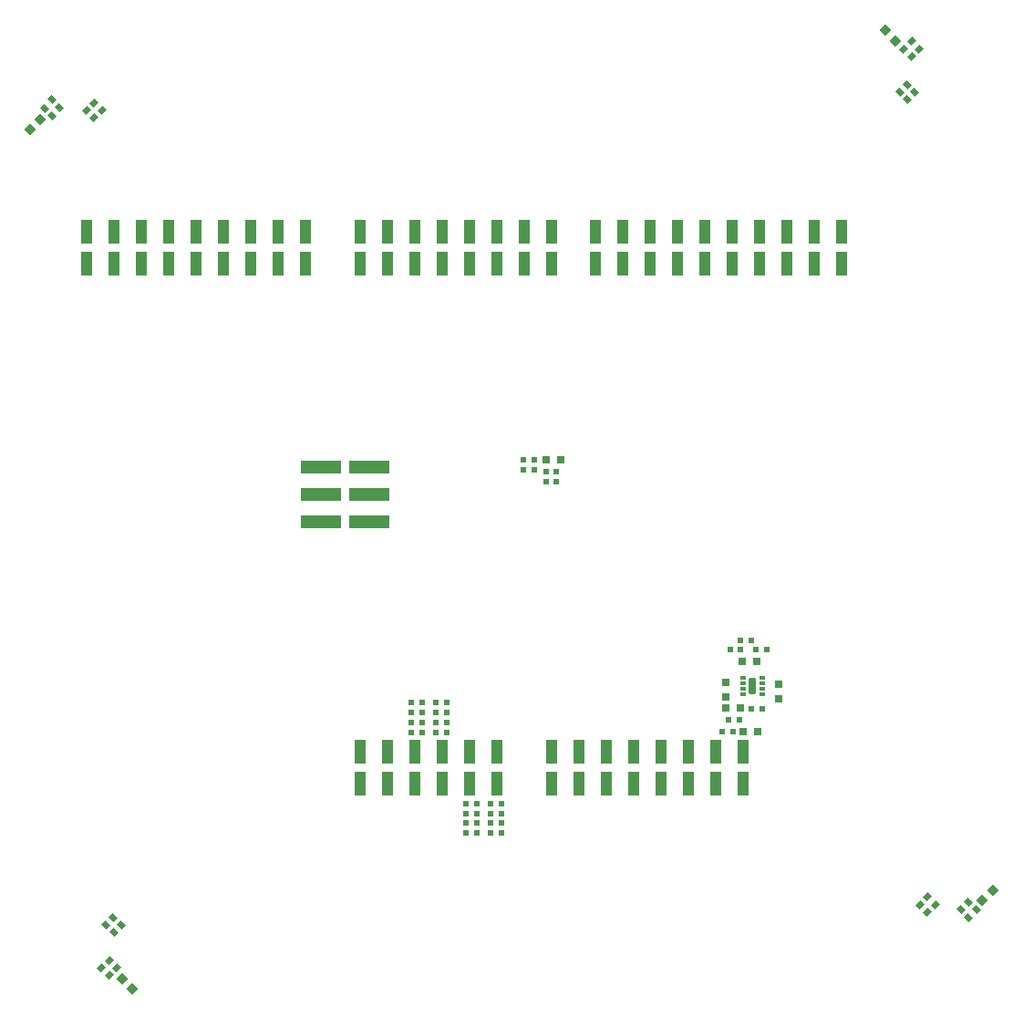
<source format=gbp>
G04*
G04 #@! TF.GenerationSoftware,Altium Limited,Altium Designer,20.0.13 (296)*
G04*
G04 Layer_Color=128*
%FSLAX24Y24*%
%MOIN*%
G70*
G01*
G75*
%ADD14R,0.0236X0.0217*%
G04:AMPARAMS|DCode=20|XSize=19.7mil|YSize=23.6mil|CornerRadius=0mil|HoleSize=0mil|Usage=FLASHONLY|Rotation=135.000|XOffset=0mil|YOffset=0mil|HoleType=Round|Shape=Rectangle|*
%AMROTATEDRECTD20*
4,1,4,0.0153,0.0014,-0.0014,-0.0153,-0.0153,-0.0014,0.0014,0.0153,0.0153,0.0014,0.0*
%
%ADD20ROTATEDRECTD20*%

G04:AMPARAMS|DCode=22|XSize=19.7mil|YSize=23.6mil|CornerRadius=0mil|HoleSize=0mil|Usage=FLASHONLY|Rotation=45.000|XOffset=0mil|YOffset=0mil|HoleType=Round|Shape=Rectangle|*
%AMROTATEDRECTD22*
4,1,4,0.0014,-0.0153,-0.0153,0.0014,-0.0014,0.0153,0.0153,-0.0014,0.0014,-0.0153,0.0*
%
%ADD22ROTATEDRECTD22*%

%ADD78R,0.0236X0.0197*%
G04:AMPARAMS|DCode=79|XSize=11.8mil|YSize=21.7mil|CornerRadius=3mil|HoleSize=0mil|Usage=FLASHONLY|Rotation=270.000|XOffset=0mil|YOffset=0mil|HoleType=Round|Shape=RoundedRectangle|*
%AMROUNDEDRECTD79*
21,1,0.0118,0.0157,0,0,270.0*
21,1,0.0059,0.0217,0,0,270.0*
1,1,0.0059,-0.0079,-0.0030*
1,1,0.0059,-0.0079,0.0030*
1,1,0.0059,0.0079,0.0030*
1,1,0.0059,0.0079,-0.0030*
%
%ADD79ROUNDEDRECTD79*%
%ADD82R,0.0402X0.0862*%
%ADD83R,0.1500X0.0500*%
%ADD84R,0.0295X0.0315*%
G04:AMPARAMS|DCode=85|XSize=31.5mil|YSize=29.5mil|CornerRadius=0mil|HoleSize=0mil|Usage=FLASHONLY|Rotation=225.000|XOffset=0mil|YOffset=0mil|HoleType=Round|Shape=Rectangle|*
%AMROTATEDRECTD85*
4,1,4,0.0007,0.0216,0.0216,0.0007,-0.0007,-0.0216,-0.0216,-0.0007,0.0007,0.0216,0.0*
%
%ADD85ROTATEDRECTD85*%

G04:AMPARAMS|DCode=86|XSize=31.5mil|YSize=29.5mil|CornerRadius=0mil|HoleSize=0mil|Usage=FLASHONLY|Rotation=135.000|XOffset=0mil|YOffset=0mil|HoleType=Round|Shape=Rectangle|*
%AMROTATEDRECTD86*
4,1,4,0.0216,-0.0007,0.0007,-0.0216,-0.0216,0.0007,-0.0007,0.0216,0.0216,-0.0007,0.0*
%
%ADD86ROTATEDRECTD86*%

%ADD87R,0.0315X0.0295*%
G04:AMPARAMS|DCode=99|XSize=59.1mil|YSize=29.5mil|CornerRadius=6.4mil|HoleSize=0mil|Usage=FLASHONLY|Rotation=270.000|XOffset=0mil|YOffset=0mil|HoleType=Round|Shape=RoundedRectangle|*
%AMROUNDEDRECTD99*
21,1,0.0591,0.0167,0,0,270.0*
21,1,0.0463,0.0295,0,0,270.0*
1,1,0.0128,-0.0084,-0.0231*
1,1,0.0128,-0.0084,0.0231*
1,1,0.0128,0.0084,0.0231*
1,1,0.0128,0.0084,-0.0231*
%
%ADD99ROUNDEDRECTD99*%
D14*
X36130Y31172D02*
D03*
X35736D02*
D03*
X36642Y31172D02*
D03*
X37035D02*
D03*
X38138Y28574D02*
D03*
X37744D02*
D03*
X38650D02*
D03*
X39043D02*
D03*
X47783Y34558D02*
D03*
X48177D02*
D03*
X48728Y34204D02*
D03*
X48335D02*
D03*
X47744Y31645D02*
D03*
X47350D02*
D03*
X47390Y34204D02*
D03*
X47783D02*
D03*
X48571Y32038D02*
D03*
X48177D02*
D03*
X39043Y28220D02*
D03*
X38650D02*
D03*
X37744D02*
D03*
X38138D02*
D03*
X37035Y31527D02*
D03*
X36642D02*
D03*
X35736Y31527D02*
D03*
X36130D02*
D03*
X39043Y27865D02*
D03*
X38650D02*
D03*
X37744D02*
D03*
X38138D02*
D03*
X37035Y31920D02*
D03*
X36642D02*
D03*
X35736D02*
D03*
X36130D02*
D03*
X47114Y31212D02*
D03*
X47508D02*
D03*
D20*
X23865Y53907D02*
D03*
X24143Y54186D02*
D03*
X24694Y22847D02*
D03*
X24416Y22569D02*
D03*
X54894Y24875D02*
D03*
X54616Y24597D02*
D03*
X54022Y55876D02*
D03*
X54301Y56154D02*
D03*
X54025Y56430D02*
D03*
X53747Y56151D02*
D03*
X54337Y24891D02*
D03*
X54616Y25170D02*
D03*
X24692Y22293D02*
D03*
X24970Y22571D02*
D03*
X24419Y53910D02*
D03*
X24140Y53632D02*
D03*
D22*
X22883Y54025D02*
D03*
X22605Y54304D02*
D03*
X24852Y23868D02*
D03*
X24573Y24146D02*
D03*
X55833Y24697D02*
D03*
X56112Y24419D02*
D03*
X53865Y54855D02*
D03*
X54143Y54576D02*
D03*
X53868Y54301D02*
D03*
X53589Y54579D02*
D03*
X24849Y24416D02*
D03*
X25127Y24138D02*
D03*
X22329Y53989D02*
D03*
X22608Y53710D02*
D03*
X56387Y24695D02*
D03*
X56109Y24973D02*
D03*
D78*
X40224Y40779D02*
D03*
X39831D02*
D03*
X41051Y40346D02*
D03*
X40657D02*
D03*
X38650Y27511D02*
D03*
X39043D02*
D03*
X40657Y40700D02*
D03*
X41051D02*
D03*
X39831Y41133D02*
D03*
X40224D02*
D03*
X36130Y32275D02*
D03*
X35736D02*
D03*
X36642D02*
D03*
X37035D02*
D03*
X38138Y27511D02*
D03*
X37744D02*
D03*
D79*
X47860Y32582D02*
D03*
Y32779D02*
D03*
Y32975D02*
D03*
Y33172D02*
D03*
X48565Y32582D02*
D03*
Y32779D02*
D03*
Y32975D02*
D03*
Y33172D02*
D03*
D82*
X26870Y48307D02*
D03*
Y49461D02*
D03*
X30870Y48307D02*
D03*
X27870D02*
D03*
X28870Y48307D02*
D03*
X23870Y48307D02*
D03*
X24870D02*
D03*
X30870Y49461D02*
D03*
X27870D02*
D03*
X28870D02*
D03*
X23870D02*
D03*
X24870D02*
D03*
X29870Y48307D02*
D03*
X25870D02*
D03*
X29870Y49461D02*
D03*
X25870D02*
D03*
X31870D02*
D03*
Y48307D02*
D03*
X35870Y49461D02*
D03*
X39870D02*
D03*
X35870Y48307D02*
D03*
X39870D02*
D03*
X34870Y49461D02*
D03*
X33870D02*
D03*
X38870D02*
D03*
X37870D02*
D03*
X40870D02*
D03*
X34870Y48307D02*
D03*
X33870D02*
D03*
X38870Y48307D02*
D03*
X37870Y48307D02*
D03*
X40870D02*
D03*
X36870Y49461D02*
D03*
Y48307D02*
D03*
X36870Y29307D02*
D03*
Y30461D02*
D03*
X38870Y29307D02*
D03*
X37870D02*
D03*
X34870D02*
D03*
X33870D02*
D03*
X38870Y30461D02*
D03*
X37870D02*
D03*
X34870D02*
D03*
X33870D02*
D03*
X35870Y29307D02*
D03*
X35870Y30461D02*
D03*
X51470Y48307D02*
D03*
X45470D02*
D03*
X51470Y49461D02*
D03*
X45470D02*
D03*
X50470Y48307D02*
D03*
X49470Y48307D02*
D03*
X47470D02*
D03*
X46470D02*
D03*
X43470D02*
D03*
X42470D02*
D03*
X50470Y49461D02*
D03*
X49470D02*
D03*
X47470D02*
D03*
X46470D02*
D03*
X43470D02*
D03*
X42470D02*
D03*
X48470Y48307D02*
D03*
X44470Y48307D02*
D03*
X48470Y49461D02*
D03*
X44470D02*
D03*
X45870Y29307D02*
D03*
X41870D02*
D03*
X45870Y30461D02*
D03*
X41870D02*
D03*
X46870Y29307D02*
D03*
X47870D02*
D03*
X42870D02*
D03*
X43870D02*
D03*
X40870D02*
D03*
X46870Y30461D02*
D03*
X47870D02*
D03*
X42870Y30461D02*
D03*
X43870Y30461D02*
D03*
X40870D02*
D03*
X44870Y29307D02*
D03*
Y30461D02*
D03*
D83*
X34195Y40884D02*
D03*
X32445D02*
D03*
X34195Y39884D02*
D03*
X32445D02*
D03*
X34195Y38884D02*
D03*
X32445D02*
D03*
D84*
X47872Y31212D02*
D03*
X48404D02*
D03*
X41199Y41133D02*
D03*
X40667D02*
D03*
X47242Y32078D02*
D03*
X47774D02*
D03*
X48352Y33771D02*
D03*
X47821D02*
D03*
D85*
X53068Y56833D02*
D03*
X53444Y56457D02*
D03*
X25155Y22187D02*
D03*
X25530Y21811D02*
D03*
D86*
X56611Y25040D02*
D03*
X56987Y25415D02*
D03*
X22184Y53572D02*
D03*
X21808Y53196D02*
D03*
D87*
X49181Y32934D02*
D03*
Y32403D02*
D03*
X47232Y32481D02*
D03*
Y33013D02*
D03*
D99*
X48213Y32877D02*
D03*
M02*

</source>
